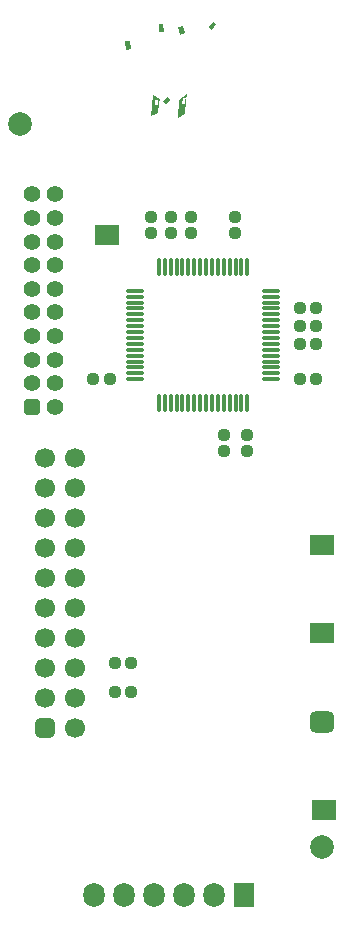
<source format=gts>
G04*
G04 #@! TF.GenerationSoftware,Altium Limited,Altium Designer,23.3.1 (30)*
G04*
G04 Layer_Color=8388736*
%FSLAX44Y44*%
%MOMM*%
G71*
G04*
G04 #@! TF.SameCoordinates,ECDC02AA-1032-42BF-8C78-3195C1E34F5D*
G04*
G04*
G04 #@! TF.FilePolarity,Negative*
G04*
G01*
G75*
G04:AMPARAMS|DCode=18|XSize=0.95mm|YSize=0.95mm|CornerRadius=0.2625mm|HoleSize=0mm|Usage=FLASHONLY|Rotation=90.000|XOffset=0mm|YOffset=0mm|HoleType=Round|Shape=RoundedRectangle|*
%AMROUNDEDRECTD18*
21,1,0.9500,0.4250,0,0,90.0*
21,1,0.4250,0.9500,0,0,90.0*
1,1,0.5250,0.2125,0.2125*
1,1,0.5250,0.2125,-0.2125*
1,1,0.5250,-0.2125,-0.2125*
1,1,0.5250,-0.2125,0.2125*
%
%ADD18ROUNDEDRECTD18*%
G04:AMPARAMS|DCode=19|XSize=0.95mm|YSize=0.95mm|CornerRadius=0.2625mm|HoleSize=0mm|Usage=FLASHONLY|Rotation=0.000|XOffset=0mm|YOffset=0mm|HoleType=Round|Shape=RoundedRectangle|*
%AMROUNDEDRECTD19*
21,1,0.9500,0.4250,0,0,0.0*
21,1,0.4250,0.9500,0,0,0.0*
1,1,0.5250,0.2125,-0.2125*
1,1,0.5250,-0.2125,-0.2125*
1,1,0.5250,-0.2125,0.2125*
1,1,0.5250,0.2125,0.2125*
%
%ADD19ROUNDEDRECTD19*%
%ADD20O,1.5500X0.3500*%
%ADD21O,0.3500X1.5500*%
%ADD22C,2.0000*%
%ADD23R,2.1000X1.8000*%
%ADD24C,1.7000*%
G04:AMPARAMS|DCode=25|XSize=1.7mm|YSize=1.7mm|CornerRadius=0.45mm|HoleSize=0mm|Usage=FLASHONLY|Rotation=90.000|XOffset=0mm|YOffset=0mm|HoleType=Round|Shape=RoundedRectangle|*
%AMROUNDEDRECTD25*
21,1,1.7000,0.8000,0,0,90.0*
21,1,0.8000,1.7000,0,0,90.0*
1,1,0.9000,0.4000,0.4000*
1,1,0.9000,0.4000,-0.4000*
1,1,0.9000,-0.4000,-0.4000*
1,1,0.9000,-0.4000,0.4000*
%
%ADD25ROUNDEDRECTD25*%
%ADD26C,1.4000*%
G04:AMPARAMS|DCode=27|XSize=1.4mm|YSize=1.4mm|CornerRadius=0.375mm|HoleSize=0mm|Usage=FLASHONLY|Rotation=90.000|XOffset=0mm|YOffset=0mm|HoleType=Round|Shape=RoundedRectangle|*
%AMROUNDEDRECTD27*
21,1,1.4000,0.6500,0,0,90.0*
21,1,0.6500,1.4000,0,0,90.0*
1,1,0.7500,0.3250,0.3250*
1,1,0.7500,0.3250,-0.3250*
1,1,0.7500,-0.3250,-0.3250*
1,1,0.7500,-0.3250,0.3250*
%
%ADD27ROUNDEDRECTD27*%
%ADD28O,1.8000X2.1000*%
%ADD29R,1.8000X2.1000*%
G04:AMPARAMS|DCode=30|XSize=1.8mm|YSize=2.1mm|CornerRadius=0.475mm|HoleSize=0mm|Usage=FLASHONLY|Rotation=90.000|XOffset=0mm|YOffset=0mm|HoleType=Round|Shape=RoundedRectangle|*
%AMROUNDEDRECTD30*
21,1,1.8000,1.1500,0,0,90.0*
21,1,0.8500,2.1000,0,0,90.0*
1,1,0.9500,0.5750,0.4250*
1,1,0.9500,0.5750,-0.4250*
1,1,0.9500,-0.5750,-0.4250*
1,1,0.9500,-0.5750,0.4250*
%
%ADD30ROUNDEDRECTD30*%
%ADD31C,0.1000*%
G36*
X138819Y677747D02*
X140316Y695417D01*
X146127Y691967D01*
X145904Y689130D01*
X144802D01*
X145041Y691688D01*
X142693Y691908D01*
X142263Y687328D01*
X144612Y687108D01*
X144799Y689106D01*
X145902D01*
X145215Y680369D01*
X138819Y677747D01*
D02*
G37*
G36*
X161870Y676412D02*
X162976Y691885D01*
X169414Y696552D01*
X168921Y690309D01*
X168046D01*
X168276Y692754D01*
X165927Y692974D01*
X165498Y688395D01*
X167846Y688175D01*
X168044Y690284D01*
X168919D01*
X168069Y679528D01*
X161870Y676412D01*
D02*
G37*
G36*
X151488Y688173D02*
X149331Y690724D01*
X153442Y694199D01*
X155599Y691648D01*
X151488Y688173D01*
D02*
G37*
G36*
X117854Y733928D02*
X116825Y741241D01*
X121045Y741835D01*
X122074Y734522D01*
X117854Y733928D01*
D02*
G37*
G36*
X146008Y748708D02*
X145534Y755403D01*
X149200Y755662D01*
X149674Y748967D01*
X146008Y748708D01*
D02*
G37*
G36*
X163271Y746887D02*
X161889Y752954D01*
X166175Y753930D01*
X167557Y747863D01*
X163271Y746887D01*
D02*
G37*
G36*
X190141Y751056D02*
X187601Y753226D01*
X191341Y757604D01*
X193881Y755435D01*
X190141Y751056D01*
D02*
G37*
D18*
X279000Y515000D02*
D03*
X265000D02*
D03*
X108000Y190000D02*
D03*
X122000D02*
D03*
Y215000D02*
D03*
X108000D02*
D03*
X265000Y455000D02*
D03*
X279000D02*
D03*
X90000D02*
D03*
X104000D02*
D03*
X279000Y485000D02*
D03*
X265000D02*
D03*
Y500000D02*
D03*
X279000D02*
D03*
D19*
X156000Y592669D02*
D03*
Y578669D02*
D03*
X220000Y394000D02*
D03*
Y408000D02*
D03*
X210000Y592669D02*
D03*
Y578669D02*
D03*
X139000Y592669D02*
D03*
Y578669D02*
D03*
X173125D02*
D03*
Y592669D02*
D03*
X201000Y408000D02*
D03*
Y394000D02*
D03*
D20*
X240250Y455000D02*
D03*
Y460000D02*
D03*
Y465000D02*
D03*
Y470000D02*
D03*
Y475000D02*
D03*
Y480000D02*
D03*
Y485000D02*
D03*
Y490000D02*
D03*
Y495000D02*
D03*
Y500000D02*
D03*
Y505000D02*
D03*
Y510000D02*
D03*
Y515000D02*
D03*
Y520000D02*
D03*
Y525000D02*
D03*
Y530000D02*
D03*
X125750D02*
D03*
Y525000D02*
D03*
Y520000D02*
D03*
Y515000D02*
D03*
Y510000D02*
D03*
Y505000D02*
D03*
Y500000D02*
D03*
Y495000D02*
D03*
Y490000D02*
D03*
Y485000D02*
D03*
Y480000D02*
D03*
Y475000D02*
D03*
Y470000D02*
D03*
Y465000D02*
D03*
Y460000D02*
D03*
Y455000D02*
D03*
D21*
X220500Y549750D02*
D03*
X215500D02*
D03*
X210500D02*
D03*
X205500D02*
D03*
X200500D02*
D03*
X195500D02*
D03*
X190500D02*
D03*
X185500D02*
D03*
X180500D02*
D03*
X175500D02*
D03*
X170500D02*
D03*
X165500D02*
D03*
X160500D02*
D03*
X155500D02*
D03*
X150500D02*
D03*
X145500D02*
D03*
Y435250D02*
D03*
X150500D02*
D03*
X155500D02*
D03*
X160500D02*
D03*
X165500D02*
D03*
X170500D02*
D03*
X175500D02*
D03*
X180500D02*
D03*
X185500D02*
D03*
X190500D02*
D03*
X195500D02*
D03*
X200500D02*
D03*
X205500D02*
D03*
X210500D02*
D03*
X215500D02*
D03*
X220500D02*
D03*
D22*
X284083Y59384D02*
D03*
X28000Y671000D02*
D03*
D23*
X102000Y577000D02*
D03*
X284000Y240000D02*
D03*
X285000Y90000D02*
D03*
X284000Y315000D02*
D03*
D24*
X74400Y388600D02*
D03*
X49000D02*
D03*
X74400Y363200D02*
D03*
X49000D02*
D03*
X74400Y337800D02*
D03*
X49000D02*
D03*
X74400Y312400D02*
D03*
X49000D02*
D03*
X74400Y287000D02*
D03*
X49000D02*
D03*
X74400Y261600D02*
D03*
X49000D02*
D03*
X74400Y236200D02*
D03*
X49000D02*
D03*
X74400Y210800D02*
D03*
X49000D02*
D03*
X74400Y185400D02*
D03*
X49000D02*
D03*
X74400Y160000D02*
D03*
D25*
X49000D02*
D03*
D26*
X57800Y431650D02*
D03*
X37800Y451650D02*
D03*
X57800D02*
D03*
X37800Y471650D02*
D03*
X57800D02*
D03*
X37800Y491650D02*
D03*
X57800D02*
D03*
X37800Y511650D02*
D03*
X57800D02*
D03*
X37800Y531650D02*
D03*
X57800D02*
D03*
X37800Y551650D02*
D03*
X57800D02*
D03*
X37800Y571650D02*
D03*
X57800D02*
D03*
X37800Y591650D02*
D03*
X57800D02*
D03*
X37800Y611650D02*
D03*
X57800D02*
D03*
D27*
X37800Y431650D02*
D03*
D28*
X90250Y18000D02*
D03*
X166450D02*
D03*
X191850D02*
D03*
X141050D02*
D03*
X115650D02*
D03*
D29*
X217250D02*
D03*
D30*
X284000Y165000D02*
D03*
D31*
X260000Y730000D02*
D03*
Y40000D02*
D03*
X47500Y730000D02*
D03*
Y40000D02*
D03*
M02*

</source>
